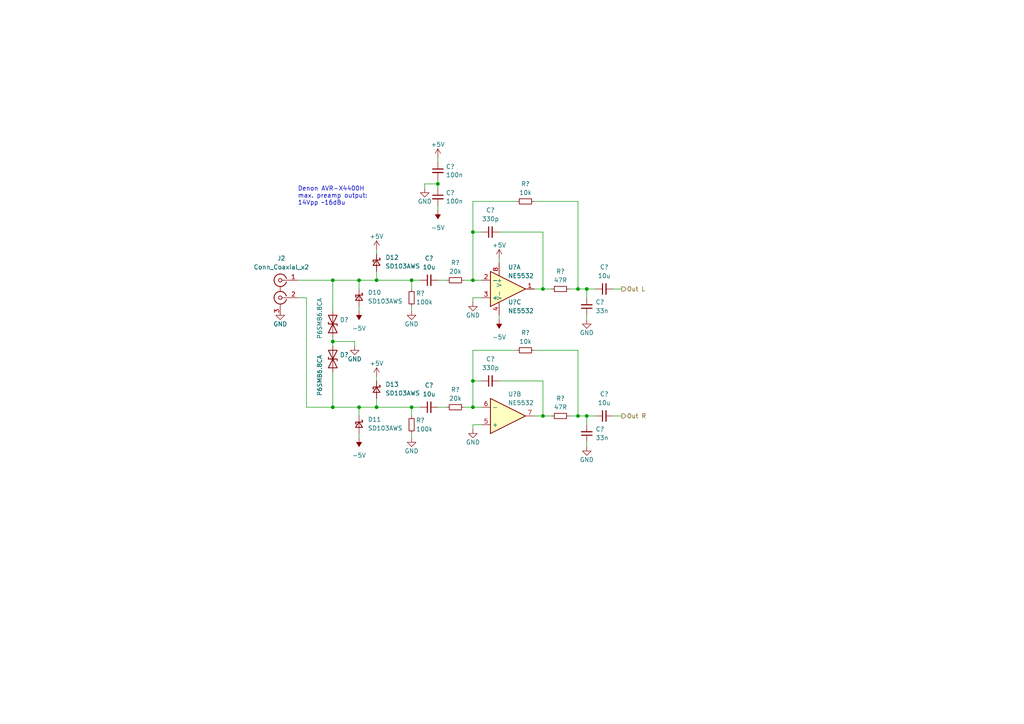
<source format=kicad_sch>
(kicad_sch (version 20230121) (generator eeschema)
  (paper "A4")
  (title_block (title "SmallDSP") (date "2023-10-12") (rev "1.1") (company "Till Heuer"))
  (lib_symbols
    (symbol "Connector:Conn_Coaxial_x2" (pin_names (offset 1.016) hide)
      (property "Reference" "J" (at 0 5.715 0))
      (property "Value" "Conn_Coaxial_x2" (at 2.921 0 90))
      (symbol "Conn_Coaxial_x2_0_1"
        (arc (start -1.778 -3.048) (mid 0.2311 -4.3466) (end 1.778 -2.54) (stroke (width 0.254)))
        (arc (start -1.778 2.032) (mid 0.2311 0.7334) (end 1.778 2.54) (stroke (width 0.254)))
        (circle (center 0 -2.54) (radius 0.508) (stroke (width 0.2032)))
        (polyline (pts (xy -2.54 -2.54) (xy -0.508 -2.54)))
        (polyline (pts (xy -2.54 2.54) (xy -0.508 2.54)))
        (polyline (pts (xy 0 -5.08) (xy 0 -4.318)))
        (polyline (pts (xy 0 0.762) (xy 0 -0.635)))
        (circle (center 0 2.54) (radius 0.508) (stroke (width 0.2032)))
        (arc (start 1.778 -2.54) (mid 0.2099 -0.7299) (end -1.778 -2.032) (stroke (width 0.254)))
        (arc (start 1.778 2.54) (mid 0.2099 4.3501) (end -1.778 3.048) (stroke (width 0.254)))
      )
      (symbol "Conn_Coaxial_x2_1_1"
        (pin passive line (at -5.08 2.54 0) (length 2.54) (name "IN1") (number "1"))
        (pin passive line (at -5.08 -2.54 0) (length 2.54) (name "IN2") (number "2"))
        (pin passive line (at 0 -7.62 90) (length 2.54) (name "EXT") (number "3"))
      )
    )
    (symbol "Device:C_Small" (pin_numbers hide) (pin_names (offset 0.254) hide)
      (property "Reference" "C" (at 0.254 1.778 0))
      (property "Value" "C_Small" (at 0.254 -2.032 0))
      (symbol "C_Small_0_1"
        (polyline (pts (xy -1.524 -0.508) (xy 1.524 -0.508)) (stroke (width 0.3302)))
        (polyline (pts (xy -1.524 0.508) (xy 1.524 0.508)) (stroke (width 0.3048)))
      )
      (symbol "C_Small_1_1"
        (pin passive line (at 0 2.54 270) (length 2.032) (name "~") (number "1"))
        (pin passive line (at 0 -2.54 90) (length 2.032) (name "~") (number "2"))
      )
    )
    (symbol "Device:D_Schottky_Small" (pin_numbers hide) (pin_names (offset 0.254) hide)
      (property "Reference" "D" (at -1.27 2.032 0))
      (property "Value" "D_Schottky_Small" (at -7.112 -2.032 0))
      (symbol "D_Schottky_Small_0_1"
        (polyline (pts (xy -0.762 0) (xy 0.762 0)))
        (polyline (pts (xy 0.762 -1.016) (xy -0.762 0) (xy 0.762 1.016) (xy 0.762 -1.016)) (stroke (width 0.254)))
        (polyline (pts (xy -1.27 0.762) (xy -1.27 1.016) (xy -0.762 1.016) (xy -0.762 -1.016) (xy -0.254 -1.016) (xy -0.254 -0.762)) (stroke (width 0.254)))
      )
      (symbol "D_Schottky_Small_1_1"
        (pin passive line (at -2.54 0 0) (length 1.778) (name "K") (number "1"))
        (pin passive line (at 2.54 0 180) (length 1.778) (name "A") (number "2"))
      )
    )
    (symbol "Device:D_TVS" (pin_numbers hide) (pin_names (offset 1.016) hide)
      (property "Reference" "D" (at 0 2.54 0))
      (property "Value" "D_TVS" (at 0 -2.54 0))
      (symbol "D_TVS_0_1"
        (polyline (pts (xy 1.27 0) (xy -1.27 0)))
        (polyline (pts (xy 0.508 1.27) (xy 0 1.27) (xy 0 -1.27) (xy -0.508 -1.27)) (stroke (width 0.254)))
        (polyline (pts (xy -2.54 1.27) (xy -2.54 -1.27) (xy 2.54 1.27) (xy 2.54 -1.27) (xy -2.54 1.27)) (stroke (width 0.254)))
      )
      (symbol "D_TVS_1_1"
        (pin passive line (at -3.81 0 0) (length 2.54) (name "A1") (number "1"))
        (pin passive line (at 3.81 0 180) (length 2.54) (name "A2") (number "2"))
      )
    )
    (symbol "Device:Opamp_Dual"
      (property "Reference" "U" (at 0 5.08 0))
      (property "Value" "Opamp_Dual" (at 0 -5.08 0))
      (symbol "Opamp_Dual_1_1"
        (polyline (pts (xy -5.08 5.08) (xy 5.08 0) (xy -5.08 -5.08) (xy -5.08 5.08)) (stroke (width 0.254)) (fill (type background)))
        (pin output line (at 7.62 0 180) (length 2.54) (name "~") (number "1"))
        (pin input line (at -7.62 -2.54 0) (length 2.54) (name "-") (number "2"))
        (pin input line (at -7.62 2.54 0) (length 2.54) (name "+") (number "3"))
      )
      (symbol "Opamp_Dual_2_1"
        (polyline (pts (xy -5.08 5.08) (xy 5.08 0) (xy -5.08 -5.08) (xy -5.08 5.08)) (stroke (width 0.254)) (fill (type background)))
        (pin input line (at -7.62 2.54 0) (length 2.54) (name "+") (number "5"))
        (pin input line (at -7.62 -2.54 0) (length 2.54) (name "-") (number "6"))
        (pin output line (at 7.62 0 180) (length 2.54) (name "~") (number "7"))
      )
      (symbol "Opamp_Dual_3_1"
        (pin power_in line (at -2.54 -7.62 90) (length 3.81) (name "V-") (number "4"))
        (pin power_in line (at -2.54 7.62 270) (length 3.81) (name "V+") (number "8"))
      )
    )
    (symbol "Device:R_Small" (pin_numbers hide) (pin_names (offset 0.254) hide)
      (property "Reference" "R" (at 0.762 0.508 0))
      (property "Value" "R_Small" (at 0.762 -1.016 0))
      (symbol "R_Small_0_1"
        (rectangle (start -0.762 1.778) (end 0.762 -1.778) (stroke (width 0.2032)))
      )
      (symbol "R_Small_1_1"
        (pin passive line (at 0 2.54 270) (length 0.762) (name "~") (number "1"))
        (pin passive line (at 0 -2.54 90) (length 0.762) (name "~") (number "2"))
      )
    )
    (symbol "power:+5V" (power) (pin_names (offset 0))
      (property "Value" "+5V" (at 0 3.556 0))
      (symbol "+5V_0_1"
        (polyline (pts (xy -0.762 1.27) (xy 0 2.54)))
        (polyline (pts (xy 0 0) (xy 0 2.54)))
        (polyline (pts (xy 0 2.54) (xy 0.762 1.27)))
      )
      (symbol "+5V_1_1"
        (pin power_in line (at 0 0 90) (length 0) hide (name "+5V") (number "1"))
      )
    )
    (symbol "power:-5V" (power) (pin_names (offset 0))
      (property "Value" "-5V" (at 0 3.81 0))
      (symbol "-5V_0_0"
        (pin power_in line (at 0 0 90) (length 0) hide (name "-5V") (number "1"))
      )
      (symbol "-5V_0_1"
        (polyline (pts (xy 0 0) (xy 0 1.27) (xy 0.762 1.27) (xy 0 2.54) (xy -0.762 1.27) (xy 0 1.27)) (fill (type outline)))
      )
    )
    (symbol "power:GND" (power) (pin_names (offset 0))
      (property "Value" "GND" (at 0 -3.81 0))
      (symbol "GND_0_1"
        (polyline (pts (xy 0 0) (xy 0 -1.27) (xy 1.27 -1.27) (xy 0 -2.54) (xy -1.27 -1.27) (xy 0 -1.27)))
      )
      (symbol "GND_1_1"
        (pin power_in line (at 0 0 270) (length 0) hide (name "GND") (number "1"))
      )
    )
  )
  (junction (at 96.52 81.28))
  (junction (at 119.38 118.11))
  (junction (at 137.16 67.31))
  (junction (at 127 53.34))
  (junction (at 137.16 118.11))
  (junction (at 96.52 99.06))
  (junction (at 96.52 118.11))
  (junction (at 119.38 81.28))
  (junction (at 157.48 120.65))
  (junction (at 170.18 83.82))
  (junction (at 137.16 81.28))
  (junction (at 137.16 110.49))
  (junction (at 109.22 81.28))
  (junction (at 104.14 118.11))
  (junction (at 167.64 120.65))
  (junction (at 157.48 83.82))
  (junction (at 104.14 81.28))
  (junction (at 167.64 83.82))
  (junction (at 109.22 118.11))
  (junction (at 170.18 120.65))
  (wire (pts (xy 177.8 120.65) (xy 180.34 120.65)))
  (wire (pts (xy 144.78 74.93) (xy 144.78 76.2)))
  (wire (pts (xy 137.16 123.19) (xy 139.7 123.19)))
  (wire (pts (xy 167.64 101.6) (xy 167.64 120.65)))
  (wire (pts (xy 96.52 97.79) (xy 96.52 99.06)))
  (wire (pts (xy 96.52 99.06) (xy 102.87 99.06)))
  (wire (pts (xy 119.38 81.28) (xy 119.38 83.82)))
  (wire (pts (xy 86.36 81.28) (xy 96.52 81.28)))
  (wire (pts (xy 157.48 83.82) (xy 154.94 83.82)))
  (wire (pts (xy 104.14 118.11) (xy 109.22 118.11)))
  (wire (pts (xy 104.14 88.9) (xy 104.14 90.17)))
  (wire (pts (xy 170.18 123.19) (xy 170.18 120.65)))
  (wire (pts (xy 139.7 110.49) (xy 137.16 110.49)))
  (wire (pts (xy 170.18 83.82) (xy 167.64 83.82)))
  (wire (pts (xy 170.18 86.36) (xy 170.18 83.82)))
  (wire (pts (xy 170.18 120.65) (xy 172.72 120.65)))
  (wire (pts (xy 139.7 118.11) (xy 137.16 118.11)))
  (wire (pts (xy 149.86 101.6) (xy 137.16 101.6)))
  (wire (pts (xy 137.16 123.19) (xy 137.16 124.46)))
  (wire (pts (xy 157.48 110.49) (xy 157.48 120.65)))
  (wire (pts (xy 170.18 120.65) (xy 167.64 120.65)))
  (wire (pts (xy 149.86 58.42) (xy 137.16 58.42)))
  (wire (pts (xy 127 59.69) (xy 127 60.96)))
  (wire (pts (xy 102.87 99.06) (xy 102.87 100.33)))
  (wire (pts (xy 104.14 81.28) (xy 104.14 83.82)))
  (wire (pts (xy 137.16 67.31) (xy 137.16 81.28)))
  (wire (pts (xy 127 81.28) (xy 129.54 81.28)))
  (wire (pts (xy 170.18 128.27) (xy 170.18 129.54)))
  (wire (pts (xy 157.48 120.65) (xy 160.02 120.65)))
  (wire (pts (xy 134.62 118.11) (xy 137.16 118.11)))
  (wire (pts (xy 109.22 78.74) (xy 109.22 81.28)))
  (wire (pts (xy 167.64 83.82) (xy 165.1 83.82)))
  (wire (pts (xy 167.64 58.42) (xy 167.64 83.82)))
  (wire (pts (xy 96.52 81.28) (xy 96.52 90.17)))
  (wire (pts (xy 170.18 83.82) (xy 172.72 83.82)))
  (wire (pts (xy 127 45.72) (xy 127 46.99)))
  (wire (pts (xy 137.16 86.36) (xy 139.7 86.36)))
  (wire (pts (xy 134.62 81.28) (xy 137.16 81.28)))
  (wire (pts (xy 154.94 101.6) (xy 167.64 101.6)))
  (wire (pts (xy 139.7 67.31) (xy 137.16 67.31)))
  (wire (pts (xy 81.28 91.44) (xy 81.28 90.17)))
  (wire (pts (xy 154.94 58.42) (xy 167.64 58.42)))
  (wire (pts (xy 109.22 81.28) (xy 119.38 81.28)))
  (wire (pts (xy 170.18 91.44) (xy 170.18 92.71)))
  (wire (pts (xy 123.19 53.34) (xy 123.19 54.61)))
  (wire (pts (xy 139.7 81.28) (xy 137.16 81.28)))
  (wire (pts (xy 137.16 86.36) (xy 137.16 87.63)))
  (wire (pts (xy 88.9 118.11) (xy 88.9 86.36)))
  (wire (pts (xy 119.38 118.11) (xy 119.38 120.65)))
  (wire (pts (xy 157.48 67.31) (xy 157.48 83.82)))
  (wire (pts (xy 119.38 81.28) (xy 121.92 81.28)))
  (wire (pts (xy 119.38 88.9) (xy 119.38 90.17)))
  (wire (pts (xy 88.9 118.11) (xy 96.52 118.11)))
  (wire (pts (xy 109.22 115.57) (xy 109.22 118.11)))
  (wire (pts (xy 123.19 53.34) (xy 127 53.34)))
  (wire (pts (xy 88.9 86.36) (xy 86.36 86.36)))
  (wire (pts (xy 96.52 99.06) (xy 96.52 100.33)))
  (wire (pts (xy 127 118.11) (xy 129.54 118.11)))
  (wire (pts (xy 109.22 109.22) (xy 109.22 110.49)))
  (wire (pts (xy 104.14 81.28) (xy 109.22 81.28)))
  (wire (pts (xy 137.16 110.49) (xy 137.16 118.11)))
  (wire (pts (xy 137.16 101.6) (xy 137.16 110.49)))
  (wire (pts (xy 144.78 67.31) (xy 157.48 67.31)))
  (wire (pts (xy 144.78 110.49) (xy 157.48 110.49)))
  (wire (pts (xy 104.14 125.73) (xy 104.14 127)))
  (wire (pts (xy 127 53.34) (xy 127 54.61)))
  (wire (pts (xy 96.52 118.11) (xy 104.14 118.11)))
  (wire (pts (xy 96.52 81.28) (xy 104.14 81.28)))
  (wire (pts (xy 127 53.34) (xy 127 52.07)))
  (wire (pts (xy 137.16 58.42) (xy 137.16 67.31)))
  (wire (pts (xy 177.8 83.82) (xy 180.34 83.82)))
  (wire (pts (xy 104.14 118.11) (xy 104.14 120.65)))
  (wire (pts (xy 96.52 107.95) (xy 96.52 118.11)))
  (wire (pts (xy 157.48 83.82) (xy 160.02 83.82)))
  (wire (pts (xy 119.38 125.73) (xy 119.38 127)))
  (wire (pts (xy 119.38 118.11) (xy 121.92 118.11)))
  (wire (pts (xy 167.64 120.65) (xy 165.1 120.65)))
  (wire (pts (xy 144.78 91.44) (xy 144.78 92.71)))
  (wire (pts (xy 109.22 118.11) (xy 119.38 118.11)))
  (wire (pts (xy 109.22 72.39) (xy 109.22 73.66)))
  (wire (pts (xy 157.48 120.65) (xy 154.94 120.65)))
  (text "Denon AVR-X4400H\nmax. preamp output:\n14Vpp ~16dBu" (at 86.36 59.69 0) (effects (font (size 1.27 1.27)) (justify left bottom)))
  (hierarchical_label "Out R" (shape output) (at 180.34 120.65 0))
  (hierarchical_label "Out L" (shape output) (at 180.34 83.82 0))
  (symbol (lib_id "Device:D_TVS") (at 96.52 104.14 90) (unit 1)
    (property "Reference" "D?" (at 98.552 102.9279 90) (effects (justify right)))
    (property "Value" "P6SMB6.8CA" (at 92.71 102.87 0) (effects (justify right)))
    (property "Footprint" "Diode_SMD:D_SMB" (effects hide))
    (property "Assembling" "X" (effects hide))
    (property "JLC Part Number" "C78395" (effects hide))
    (property "Manufacturer" "Brightking" (effects hide))
    (property "Part Number" "P6SMB6.8CA/TR13" (effects hide))
    (instances (project "SmallDSPMaxi" (path "" (reference "D?") (unit 1)) (path "" (reference "D9") (unit 1)) (path "" (reference "D23") (unit 1)) (path "" (reference "D29") (unit 1)) (path "" (reference "D39") (unit 1)) (path "" (reference "D45") (unit 1)) (path "" (reference "D55") (unit 1)) (path "" (reference "D71") (unit 1)) (path "" (reference "D61") (unit 1)) (path "" (reference "D97") (unit 1)) (path "" (reference "D109") (unit 1)) (path "" (reference "D77") (unit 1)) (path "" (reference "D127") (unit 1)) (path "" (reference "D115") (unit 1)) (path "" (reference "D91") (unit 1)) (path "" (reference "D135") (unit 1)) (path "" (reference "D121") (unit 1))))
  )
  (symbol (lib_id "Device:R_Small") (at 162.56 120.65 90) (unit 1)
    (property "Reference" "R?" (at 162.56 115.57 90))
    (property "Value" "47R" (at 162.56 118.11 90))
    (property "Footprint" "Resistor_SMD:R_0402_1005Metric" (effects hide))
    (property "Assembling" "X" (effects hide))
    (property "JLC Part Number" "C25118" (effects hide))
    (property "Manufacturer" "UNI-ROYAL(Uniroyal Elec)" (effects hide))
    (property "Part Number" "0402WGF470JTCE" (effects hide))
    (property "Rated Power" "62.5mW" (effects hide))
    (property "Tolerance" "1%" (effects hide))
    (instances (project "SmallDSPMaxi" (path "" (reference "R?") (unit 1)) (path "" (reference "R39") (unit 1)) (path "" (reference "R69") (unit 1)) (path "" (reference "R85") (unit 1)) (path "" (reference "R105") (unit 1)) (path "" (reference "R113") (unit 1)) (path "" (reference "R133") (unit 1)) (path "" (reference "R161") (unit 1)) (path "" (reference "R141") (unit 1)) (path "" (reference "R217") (unit 1)) (path "" (reference "R243") (unit 1)) (path "" (reference "R177") (unit 1)) (path "" (reference "R267") (unit 1)) (path "" (reference "R251") (unit 1)) (path "" (reference "R209") (unit 1)) (path "" (reference "R281") (unit 1)) (path "" (reference "R259") (unit 1))))
  )
  (symbol (lib_id "power:GND") (at 170.18 92.71 0) (unit 1)
    (property "Reference" "#PWR?" (effects hide))
    (property "Value" "GND" (at 170.18 96.52 0))
    (instances (project "SmallDSPMaxi" (path "" (reference "#PWR?") (unit 1)) (path "" (reference "#PWR065") (unit 1)) (path "" (reference "#PWR0174") (unit 1)) (path "" (reference "#PWR0291") (unit 1)) (path "" (reference "#PWR0330") (unit 1)) (path "" (reference "#PWR0347") (unit 1)) (path "" (reference "#PWR0386") (unit 1)) (path "" (reference "#PWR0442") (unit 1)) (path "" (reference "#PWR0403") (unit 1)) (path "" (reference "#PWR0637") (unit 1)) (path "" (reference "#PWR0687") (unit 1)) (path "" (reference "#PWR0559") (unit 1)) (path "" (reference "#PWR0738") (unit 1)) (path "" (reference "#PWR0704") (unit 1)) (path "" (reference "#PWR0620") (unit 1)) (path "" (reference "#PWR0766") (unit 1)) (path "" (reference "#PWR0721") (unit 1))))
  )
  (symbol (lib_id "Device:C_Small") (at 175.26 120.65 90) (unit 1)
    (property "Reference" "C?" (at 175.2663 114.3 90))
    (property "Value" "10u" (at 175.2663 116.84 90))
    (property "Footprint" "Capacitor_SMD:C_1206_3216Metric" (effects hide))
    (property "Dielectric" "X5R" (effects hide))
    (property "Rated Voltage" "50V" (effects hide))
    (property "Assembling" "X" (effects hide))
    (property "JLC Part Number" "C13585" (effects hide))
    (property "Manufacturer" "Samsung Electro-Mechanics" (effects hide))
    (property "Part Number" "CL31A106KBHNNNE" (effects hide))
    (property "Tolerance" "10%" (effects hide))
    (instances (project "SmallDSPMaxi" (path "" (reference "C?") (unit 1)) (path "" (reference "C18") (unit 1)) (path "" (reference "C79") (unit 1)) (path "" (reference "C137") (unit 1)) (path "" (reference "C167") (unit 1)) (path "" (reference "C177") (unit 1)) (path "" (reference "C207") (unit 1)) (path "" (reference "C247") (unit 1)) (path "" (reference "C217") (unit 1)) (path "" (reference "C365") (unit 1)) (path "" (reference "C405") (unit 1)) (path "" (reference "C305") (unit 1)) (path "" (reference "C435") (unit 1)) (path "" (reference "C415") (unit 1)) (path "" (reference "C355") (unit 1)) (path "" (reference "C455") (unit 1)) (path "" (reference "C425") (unit 1))))
  )
  (symbol (lib_id "Device:Opamp_Dual") (at 147.32 120.65 0) (mirror x) (unit 2)
    (property "Reference" "U?" (at 147.32 114.3 0) (effects (justify left)))
    (property "Value" "NE5532" (at 147.32 116.84 0) (effects (justify left)))
    (property "Footprint" "Package_SO:SOIC-8_3.9x4.9mm_P1.27mm" (effects hide))
    (property "Manufacturer" "Texas Instruments" (effects hide))
    (property "Part Number" "NE5532DR" (effects hide))
    (property "Assembling" "X" (effects hide))
    (property "JLC Part Number" "C7426" (effects hide))
    (instances (project "SmallDSPMaxi" (path "" (reference "U?") (unit 2)) (path "" (reference "U4") (unit 2)) (path "" (reference "U9") (unit 2)) (path "" (reference "U14") (unit 2)) (path "" (reference "U17") (unit 2)) (path "" (reference "U18") (unit 2)) (path "" (reference "U21") (unit 2)) (path "" (reference "U25") (unit 2)) (path "" (reference "U22") (unit 2)) (path "" (reference "U36") (unit 2)) (path "" (reference "U40") (unit 2)) (path "" (reference "U30") (unit 2)) (path "" (reference "U43") (unit 2)) (path "" (reference "U41") (unit 2)) (path "" (reference "U35") (unit 2)) (path "" (reference "U45") (unit 2)) (path "" (reference "U42") (unit 2))))
  )
  (symbol (lib_id "power:GND") (at 170.18 129.54 0) (unit 1)
    (property "Reference" "#PWR?" (effects hide))
    (property "Value" "GND" (at 170.18 133.35 0))
    (instances (project "SmallDSPMaxi" (path "" (reference "#PWR?") (unit 1)) (path "" (reference "#PWR066") (unit 1)) (path "" (reference "#PWR0175") (unit 1)) (path "" (reference "#PWR0292") (unit 1)) (path "" (reference "#PWR0331") (unit 1)) (path "" (reference "#PWR0348") (unit 1)) (path "" (reference "#PWR0387") (unit 1)) (path "" (reference "#PWR0443") (unit 1)) (path "" (reference "#PWR0404") (unit 1)) (path "" (reference "#PWR0638") (unit 1)) (path "" (reference "#PWR0688") (unit 1)) (path "" (reference "#PWR0560") (unit 1)) (path "" (reference "#PWR0739") (unit 1)) (path "" (reference "#PWR0705") (unit 1)) (path "" (reference "#PWR0621") (unit 1)) (path "" (reference "#PWR0767") (unit 1)) (path "" (reference "#PWR0722") (unit 1))))
  )
  (symbol (lib_id "power:GND") (at 119.38 90.17 0) (unit 1)
    (property "Reference" "#PWR?" (effects hide))
    (property "Value" "GND" (at 119.38 93.98 0))
    (instances (project "SmallDSPMaxi" (path "" (reference "#PWR?") (unit 1)) (path "" (reference "#PWR056") (unit 1)) (path "" (reference "#PWR0165") (unit 1)) (path "" (reference "#PWR0282") (unit 1)) (path "" (reference "#PWR0321") (unit 1)) (path "" (reference "#PWR0338") (unit 1)) (path "" (reference "#PWR0377") (unit 1)) (path "" (reference "#PWR0433") (unit 1)) (path "" (reference "#PWR0394") (unit 1)) (path "" (reference "#PWR0628") (unit 1)) (path "" (reference "#PWR0678") (unit 1)) (path "" (reference "#PWR0550") (unit 1)) (path "" (reference "#PWR0729") (unit 1)) (path "" (reference "#PWR0695") (unit 1)) (path "" (reference "#PWR0611") (unit 1)) (path "" (reference "#PWR0757") (unit 1)) (path "" (reference "#PWR0712") (unit 1))))
  )
  (symbol (lib_id "Device:D_Schottky_Small") (at 104.14 86.36 270) (unit 1)
    (property "Reference" "D10" (at 106.68 84.8359 90) (effects (justify left)))
    (property "Value" "SD103AWS" (at 106.68 87.3759 90) (effects (justify left)))
    (property "Footprint" "Diode_SMD:D_SOD-323" (effects hide))
    (property "Assembling" "X" (effects hide))
    (property "JLC Part Number" "C7420360" (effects hide))
    (property "Manufacturer" "hongjiacheng" (effects hide))
    (property "Part Number" "SD103AWS" (effects hide))
    (instances (project "SmallDSPMaxi" (path "" (reference "D10") (unit 1)) (path "" (reference "D24") (unit 1)) (path "" (reference "D30") (unit 1)) (path "" (reference "D40") (unit 1)) (path "" (reference "D46") (unit 1)) (path "" (reference "D56") (unit 1)) (path "" (reference "D72") (unit 1)) (path "" (reference "D62") (unit 1)) (path "" (reference "D98") (unit 1)) (path "" (reference "D110") (unit 1)) (path "" (reference "D78") (unit 1)) (path "" (reference "D128") (unit 1)) (path "" (reference "D116") (unit 1)) (path "" (reference "D92") (unit 1)) (path "" (reference "D136") (unit 1)) (path "" (reference "D122") (unit 1))))
  )
  (symbol (lib_id "Device:R_Small") (at 119.38 86.36 0) (mirror y) (unit 1)
    (property "Reference" "R?" (at 120.65 85.09 0) (effects (justify right)))
    (property "Value" "100k" (at 120.65 87.63 0) (effects (justify right)))
    (property "Footprint" "Resistor_SMD:R_0402_1005Metric" (effects hide))
    (property "Assembling" "X" (effects hide))
    (property "JLC Part Number" "C25741" (effects hide))
    (property "Manufacturer" "UNI-ROYAL(Uniroyal Elec)" (effects hide))
    (property "Rated Power" "62.5mW" (effects hide))
    (property "Part Number" "0402WGF1003TCE" (effects hide))
    (property "Tolerance" "1%" (effects hide))
    (instances (project "SmallDSPMaxi" (path "" (reference "R?") (unit 1)) (path "" (reference "R32") (unit 1)) (path "" (reference "R62") (unit 1)) (path "" (reference "R78") (unit 1)) (path "" (reference "R98") (unit 1)) (path "" (reference "R106") (unit 1)) (path "" (reference "R126") (unit 1)) (path "" (reference "R154") (unit 1)) (path "" (reference "R134") (unit 1)) (path "" (reference "R210") (unit 1)) (path "" (reference "R236") (unit 1)) (path "" (reference "R170") (unit 1)) (path "" (reference "R260") (unit 1)) (path "" (reference "R244") (unit 1)) (path "" (reference "R202") (unit 1)) (path "" (reference "R274") (unit 1)) (path "" (reference "R252") (unit 1))))
  )
  (symbol (lib_id "Device:C_Small") (at 127 49.53 0) (unit 1)
    (property "Reference" "C?" (at 129.3241 48.3242 0) (effects (justify left)))
    (property "Value" "100n" (at 129.3241 50.7484 0) (effects (justify left)))
    (property "Footprint" "Capacitor_SMD:C_0402_1005Metric" (effects hide))
    (property "Dielectric" "X7R" (effects hide))
    (property "Notes" "-25%@10VDC" (effects hide))
    (property "Rated Voltage" "50V" (effects hide))
    (property "Assembling" "X" (effects hide))
    (property "JLC Part Number" "C307331" (effects hide))
    (property "Manufacturer" "Samsung Electro-Mechanics" (effects hide))
    (property "Part Number" "CL05B104KB54PNC" (effects hide))
    (property "Tolerance" "10%" (effects hide))
    (instances (project "SmallDSPMaxi" (path "" (reference "C?") (unit 1)) (path "" (reference "C11") (unit 1)) (path "" (reference "C72") (unit 1)) (path "" (reference "C130") (unit 1)) (path "" (reference "C160") (unit 1)) (path "" (reference "C170") (unit 1)) (path "" (reference "C200") (unit 1)) (path "" (reference "C240") (unit 1)) (path "" (reference "C210") (unit 1)) (path "" (reference "C358") (unit 1)) (path "" (reference "C398") (unit 1)) (path "" (reference "C298") (unit 1)) (path "" (reference "C428") (unit 1)) (path "" (reference "C408") (unit 1)) (path "" (reference "C348") (unit 1)) (path "" (reference "C448") (unit 1)) (path "" (reference "C418") (unit 1))))
  )
  (symbol (lib_id "Device:C_Small") (at 124.46 118.11 90) (unit 1)
    (property "Reference" "C?" (at 124.4663 111.76 90))
    (property "Value" "10u" (at 124.4663 114.3 90))
    (property "Footprint" "Capacitor_SMD:C_1206_3216Metric" (effects hide))
    (property "Dielectric" "X5R" (effects hide))
    (property "Rated Voltage" "50V" (effects hide))
    (property "Assembling" "X" (effects hide))
    (property "JLC Part Number" "C13585" (effects hide))
    (property "Manufacturer" "Samsung Electro-Mechanics" (effects hide))
    (property "Part Number" "CL31A106KBHNNNE" (effects hide))
    (property "Tolerance" "10%" (effects hide))
    (instances (project "SmallDSPMaxi" (path "" (reference "C?") (unit 1)) (path "" (reference "C10") (unit 1)) (path "" (reference "C71") (unit 1)) (path "" (reference "C129") (unit 1)) (path "" (reference "C159") (unit 1)) (path "" (reference "C169") (unit 1)) (path "" (reference "C199") (unit 1)) (path "" (reference "C239") (unit 1)) (path "" (reference "C209") (unit 1)) (path "" (reference "C357") (unit 1)) (path "" (reference "C397") (unit 1)) (path "" (reference "C297") (unit 1)) (path "" (reference "C427") (unit 1)) (path "" (reference "C407") (unit 1)) (path "" (reference "C347") (unit 1)) (path "" (reference "C447") (unit 1)) (path "" (reference "C417") (unit 1))))
  )
  (symbol (lib_id "Device:D_Schottky_Small") (at 104.14 123.19 270) (unit 1)
    (property "Reference" "D11" (at 106.68 121.6659 90) (effects (justify left)))
    (property "Value" "SD103AWS" (at 106.68 124.2059 90) (effects (justify left)))
    (property "Footprint" "Diode_SMD:D_SOD-323" (effects hide))
    (property "Assembling" "X" (effects hide))
    (property "JLC Part Number" "C7420360" (effects hide))
    (property "Manufacturer" "hongjiacheng" (effects hide))
    (property "Part Number" "SD103AWS" (effects hide))
    (instances (project "SmallDSPMaxi" (path "" (reference "D11") (unit 1)) (path "" (reference "D25") (unit 1)) (path "" (reference "D31") (unit 1)) (path "" (reference "D41") (unit 1)) (path "" (reference "D47") (unit 1)) (path "" (reference "D57") (unit 1)) (path "" (reference "D73") (unit 1)) (path "" (reference "D63") (unit 1)) (path "" (reference "D99") (unit 1)) (path "" (reference "D111") (unit 1)) (path "" (reference "D79") (unit 1)) (path "" (reference "D129") (unit 1)) (path "" (reference "D117") (unit 1)) (path "" (reference "D93") (unit 1)) (path "" (reference "D137") (unit 1)) (path "" (reference "D123") (unit 1))))
  )
  (symbol (lib_id "power:GND") (at 102.87 100.33 0) (unit 1)
    (property "Reference" "#PWR?" (effects hide))
    (property "Value" "GND" (at 102.87 104.14 0))
    (instances (project "SmallDSPMaxi" (path "" (reference "#PWR?") (unit 1)) (path "" (reference "#PWR051") (unit 1)) (path "" (reference "#PWR0160") (unit 1)) (path "" (reference "#PWR0277") (unit 1)) (path "" (reference "#PWR0316") (unit 1)) (path "" (reference "#PWR0333") (unit 1)) (path "" (reference "#PWR0372") (unit 1)) (path "" (reference "#PWR0428") (unit 1)) (path "" (reference "#PWR0389") (unit 1)) (path "" (reference "#PWR0623") (unit 1)) (path "" (reference "#PWR0673") (unit 1)) (path "" (reference "#PWR0545") (unit 1)) (path "" (reference "#PWR0724") (unit 1)) (path "" (reference "#PWR0690") (unit 1)) (path "" (reference "#PWR0606") (unit 1)) (path "" (reference "#PWR0752") (unit 1)) (path "" (reference "#PWR0707") (unit 1))))
  )
  (symbol (lib_id "Device:Opamp_Dual") (at 147.32 83.82 0) (unit 3)
    (property "Reference" "U?" (at 147.32 87.63 0) (effects (justify left)))
    (property "Value" "NE5532" (at 147.32 90.17 0) (effects (justify left)))
    (property "Footprint" "Package_SO:SOIC-8_3.9x4.9mm_P1.27mm" (effects hide))
    (property "Manufacturer" "Texas Instruments" (effects hide))
    (property "Part Number" "NE5532DR" (effects hide))
    (property "Assembling" "X" (effects hide))
    (property "JLC Part Number" "C7426" (effects hide))
    (instances (project "SmallDSPMaxi" (path "" (reference "U?") (unit 3)) (path "" (reference "U4") (unit 3)) (path "" (reference "U9") (unit 3)) (path "" (reference "U14") (unit 3)) (path "" (reference "U17") (unit 3)) (path "" (reference "U18") (unit 3)) (path "" (reference "U21") (unit 3)) (path "" (reference "U25") (unit 3)) (path "" (reference "U22") (unit 3)) (path "" (reference "U36") (unit 3)) (path "" (reference "U40") (unit 3)) (path "" (reference "U30") (unit 3)) (path "" (reference "U43") (unit 3)) (path "" (reference "U41") (unit 3)) (path "" (reference "U35") (unit 3)) (path "" (reference "U45") (unit 3)) (path "" (reference "U42") (unit 3))))
  )
  (symbol (lib_id "Device:R_Small") (at 152.4 101.6 90) (unit 1)
    (property "Reference" "R?" (at 152.4 96.52 90))
    (property "Value" "10k" (at 152.4 99.06 90))
    (property "Footprint" "Resistor_SMD:R_0402_1005Metric" (effects hide))
    (property "Assembling" "X" (effects hide))
    (property "JLC Part Number" "C25744" (effects hide))
    (property "Manufacturer" "UNI-ROYAL(Uniroyal Elec)" (effects hide))
    (property "Part Number" "0402WGF1002TCE" (effects hide))
    (property "Rated Power" "62.5mW" (effects hide))
    (property "Tolerance" "1%" (effects hide))
    (instances (project "SmallDSPMaxi" (path "" (reference "R?") (unit 1)) (path "" (reference "R37") (unit 1)) (path "" (reference "R67") (unit 1)) (path "" (reference "R83") (unit 1)) (path "" (reference "R103") (unit 1)) (path "" (reference "R111") (unit 1)) (path "" (reference "R131") (unit 1)) (path "" (reference "R159") (unit 1)) (path "" (reference "R139") (unit 1)) (path "" (reference "R215") (unit 1)) (path "" (reference "R241") (unit 1)) (path "" (reference "R175") (unit 1)) (path "" (reference "R265") (unit 1)) (path "" (reference "R249") (unit 1)) (path "" (reference "R207") (unit 1)) (path "" (reference "R279") (unit 1)) (path "" (reference "R257") (unit 1))))
  )
  (symbol (lib_id "Device:R_Small") (at 152.4 58.42 90) (unit 1)
    (property "Reference" "R?" (at 152.4 53.34 90))
    (property "Value" "10k" (at 152.4 55.88 90))
    (property "Footprint" "Resistor_SMD:R_0402_1005Metric" (effects hide))
    (property "Assembling" "X" (effects hide))
    (property "JLC Part Number" "C25744" (effects hide))
    (property "Manufacturer" "UNI-ROYAL(Uniroyal Elec)" (effects hide))
    (property "Part Number" "0402WGF1002TCE" (effects hide))
    (property "Rated Power" "62.5mW" (effects hide))
    (property "Tolerance" "1%" (effects hide))
    (instances (project "SmallDSPMaxi" (path "" (reference "R?") (unit 1)) (path "" (reference "R36") (unit 1)) (path "" (reference "R66") (unit 1)) (path "" (reference "R82") (unit 1)) (path "" (reference "R102") (unit 1)) (path "" (reference "R110") (unit 1)) (path "" (reference "R130") (unit 1)) (path "" (reference "R158") (unit 1)) (path "" (reference "R138") (unit 1)) (path "" (reference "R214") (unit 1)) (path "" (reference "R240") (unit 1)) (path "" (reference "R174") (unit 1)) (path "" (reference "R264") (unit 1)) (path "" (reference "R248") (unit 1)) (path "" (reference "R206") (unit 1)) (path "" (reference "R278") (unit 1)) (path "" (reference "R256") (unit 1))))
  )
  (symbol (lib_id "Device:Opamp_Dual") (at 147.32 83.82 0) (mirror x) (unit 1)
    (property "Reference" "U?" (at 147.32 77.47 0) (effects (justify left)))
    (property "Value" "NE5532" (at 147.32 80.01 0) (effects (justify left)))
    (property "Footprint" "Package_SO:SOIC-8_3.9x4.9mm_P1.27mm" (effects hide))
    (property "Manufacturer" "Texas Instruments" (effects hide))
    (property "Part Number" "NE5532DR" (effects hide))
    (property "Assembling" "X" (effects hide))
    (property "JLC Part Number" "C7426" (effects hide))
    (instances (project "SmallDSPMaxi" (path "" (reference "U?") (unit 1)) (path "" (reference "U4") (unit 1)) (path "" (reference "U9") (unit 1)) (path "" (reference "U14") (unit 1)) (path "" (reference "U17") (unit 1)) (path "" (reference "U18") (unit 1)) (path "" (reference "U21") (unit 1)) (path "" (reference "U25") (unit 1)) (path "" (reference "U22") (unit 1)) (path "" (reference "U36") (unit 1)) (path "" (reference "U40") (unit 1)) (path "" (reference "U30") (unit 1)) (path "" (reference "U43") (unit 1)) (path "" (reference "U41") (unit 1)) (path "" (reference "U35") (unit 1)) (path "" (reference "U45") (unit 1)) (path "" (reference "U42") (unit 1))))
  )
  (symbol (lib_id "Device:C_Small") (at 142.24 110.49 90) (unit 1)
    (property "Reference" "C?" (at 142.2463 104.14 90))
    (property "Value" "330p" (at 142.2463 106.68 90))
    (property "Footprint" "Capacitor_SMD:C_0402_1005Metric" (effects hide))
    (property "Dielectric" "C0G" (effects hide))
    (property "Rated Voltage" "50V" (effects hide))
    (property "Assembling" "X" (effects hide))
    (property "JLC Part Number" "C13533" (effects hide))
    (property "Manufacturer" "Samsung Electro-Mechanics" (effects hide))
    (property "Part Number" "CL05C331JB5NNNC" (effects hide))
    (property "Tolerance" "5%" (effects hide))
    (instances (project "SmallDSPMaxi" (path "" (reference "C?") (unit 1)) (path "" (reference "C14") (unit 1)) (path "" (reference "C75") (unit 1)) (path "" (reference "C133") (unit 1)) (path "" (reference "C163") (unit 1)) (path "" (reference "C173") (unit 1)) (path "" (reference "C203") (unit 1)) (path "" (reference "C243") (unit 1)) (path "" (reference "C213") (unit 1)) (path "" (reference "C361") (unit 1)) (path "" (reference "C401") (unit 1)) (path "" (reference "C301") (unit 1)) (path "" (reference "C431") (unit 1)) (path "" (reference "C411") (unit 1)) (path "" (reference "C351") (unit 1)) (path "" (reference "C451") (unit 1)) (path "" (reference "C421") (unit 1))))
  )
  (symbol (lib_id "Connector:Conn_Coaxial_x2") (at 81.28 83.82 0) (mirror y) (unit 1)
    (property "Reference" "J2" (at 81.5974 74.93 0))
    (property "Value" "Conn_Coaxial_x2" (at 81.5974 77.47 0))
    (property "Footprint" "1_Project_Footprints:Kobiconn_156-4219-E" (effects hide))
    (property "Datasheet" " ~" (effects hide))
    (instances (project "SmallDSPMaxi" (path "" (reference "J2") (unit 1)) (path "" (reference "J6") (unit 1)) (path "" (reference "J7") (unit 1)) (path "" (reference "J10") (unit 1)) (path "" (reference "J11") (unit 1)) (path "" (reference "J14") (unit 1)) (path "" (reference "J18") (unit 1)) (path "" (reference "J15") (unit 1)) (path "" (reference "J25") (unit 1)) (path "" (reference "J29") (unit 1)) (path "" (reference "J19") (unit 1)) (path "" (reference "J32") (unit 1)) (path "" (reference "J30") (unit 1)) (path "" (reference "J24") (unit 1)) (path "" (reference "J34") (unit 1)) (path "" (reference "J31") (unit 1))))
  )
  (symbol (lib_id "power:+5V") (at 109.22 109.22 0) (unit 1)
    (property "Reference" "#PWR?" (effects hide))
    (property "Value" "+5V" (at 109.22 105.41 0))
    (instances (project "SmallDSPMaxi" (path "" (reference "#PWR?") (unit 1)) (path "" (reference "#PWR055") (unit 1)) (path "" (reference "#PWR0164") (unit 1)) (path "" (reference "#PWR0281") (unit 1)) (path "" (reference "#PWR0320") (unit 1)) (path "" (reference "#PWR0337") (unit 1)) (path "" (reference "#PWR0376") (unit 1)) (path "" (reference "#PWR0432") (unit 1)) (path "" (reference "#PWR0393") (unit 1)) (path "" (reference "#PWR0627") (unit 1)) (path "" (reference "#PWR0677") (unit 1)) (path "" (reference "#PWR0549") (unit 1)) (path "" (reference "#PWR0728") (unit 1)) (path "" (reference "#PWR0694") (unit 1)) (path "" (reference "#PWR0610") (unit 1)) (path "" (reference "#PWR0756") (unit 1)) (path "" (reference "#PWR0711") (unit 1))))
  )
  (symbol (lib_id "Device:D_Schottky_Small") (at 109.22 113.03 270) (unit 1)
    (property "Reference" "D13" (at 111.76 111.5059 90) (effects (justify left)))
    (property "Value" "SD103AWS" (at 111.76 114.0459 90) (effects (justify left)))
    (property "Footprint" "Diode_SMD:D_SOD-323" (effects hide))
    (property "Assembling" "X" (effects hide))
    (property "JLC Part Number" "C7420360" (effects hide))
    (property "Manufacturer" "hongjiacheng" (effects hide))
    (property "Part Number" "SD103AWS" (effects hide))
    (instances (project "SmallDSPMaxi" (path "" (reference "D13") (unit 1)) (path "" (reference "D27") (unit 1)) (path "" (reference "D33") (unit 1)) (path "" (reference "D43") (unit 1)) (path "" (reference "D49") (unit 1)) (path "" (reference "D59") (unit 1)) (path "" (reference "D75") (unit 1)) (path "" (reference "D65") (unit 1)) (path "" (reference "D101") (unit 1)) (path "" (reference "D113") (unit 1)) (path "" (reference "D81") (unit 1)) (path "" (reference "D131") (unit 1)) (path "" (reference "D119") (unit 1)) (path "" (reference "D95") (unit 1)) (path "" (reference "D139") (unit 1)) (path "" (reference "D125") (unit 1))))
  )
  (symbol (lib_id "power:-5V") (at 104.14 127 180) (unit 1)
    (property "Reference" "#PWR053" (effects hide))
    (property "Value" "-5V" (at 104.14 132.08 0))
    (instances (project "SmallDSPMaxi" (path "" (reference "#PWR053") (unit 1)) (path "" (reference "#PWR0162") (unit 1)) (path "" (reference "#PWR0279") (unit 1)) (path "" (reference "#PWR0318") (unit 1)) (path "" (reference "#PWR0335") (unit 1)) (path "" (reference "#PWR0374") (unit 1)) (path "" (reference "#PWR0430") (unit 1)) (path "" (reference "#PWR0391") (unit 1)) (path "" (reference "#PWR0625") (unit 1)) (path "" (reference "#PWR0675") (unit 1)) (path "" (reference "#PWR0547") (unit 1)) (path "" (reference "#PWR0726") (unit 1)) (path "" (reference "#PWR0692") (unit 1)) (path "" (reference "#PWR0608") (unit 1)) (path "" (reference "#PWR0754") (unit 1)) (path "" (reference "#PWR0709") (unit 1))))
  )
  (symbol (lib_id "Device:R_Small") (at 132.08 118.11 90) (unit 1)
    (property "Reference" "R?" (at 132.08 113.03 90))
    (property "Value" "20k" (at 132.08 115.57 90))
    (property "Footprint" "Resistor_SMD:R_0402_1005Metric" (effects hide))
    (property "Assembling" "X" (effects hide))
    (property "JLC Part Number" "C25765" (effects hide))
    (property "Manufacturer" "UNI-ROYAL(Uniroyal Elec)" (effects hide))
    (property "Part Number" "0402WGF2002TCE" (effects hide))
    (property "Rated Power" "62.5mW" (effects hide))
    (property "Tolerance" "1%" (effects hide))
    (instances (project "SmallDSPMaxi" (path "" (reference "R?") (unit 1)) (path "" (reference "R35") (unit 1)) (path "" (reference "R65") (unit 1)) (path "" (reference "R81") (unit 1)) (path "" (reference "R101") (unit 1)) (path "" (reference "R109") (unit 1)) (path "" (reference "R129") (unit 1)) (path "" (reference "R157") (unit 1)) (path "" (reference "R137") (unit 1)) (path "" (reference "R213") (unit 1)) (path "" (reference "R239") (unit 1)) (path "" (reference "R173") (unit 1)) (path "" (reference "R263") (unit 1)) (path "" (reference "R247") (unit 1)) (path "" (reference "R205") (unit 1)) (path "" (reference "R277") (unit 1)) (path "" (reference "R255") (unit 1))))
  )
  (symbol (lib_id "power:GND") (at 137.16 124.46 0) (unit 1)
    (property "Reference" "#PWR?" (effects hide))
    (property "Value" "GND" (at 137.16 128.27 0))
    (instances (project "SmallDSPMaxi" (path "" (reference "#PWR?") (unit 1)) (path "" (reference "#PWR062") (unit 1)) (path "" (reference "#PWR0171") (unit 1)) (path "" (reference "#PWR0288") (unit 1)) (path "" (reference "#PWR0327") (unit 1)) (path "" (reference "#PWR0344") (unit 1)) (path "" (reference "#PWR0383") (unit 1)) (path "" (reference "#PWR0439") (unit 1)) (path "" (reference "#PWR0400") (unit 1)) (path "" (reference "#PWR0634") (unit 1)) (path "" (reference "#PWR0684") (unit 1)) (path "" (reference "#PWR0556") (unit 1)) (path "" (reference "#PWR0735") (unit 1)) (path "" (reference "#PWR0701") (unit 1)) (path "" (reference "#PWR0617") (unit 1)) (path "" (reference "#PWR0763") (unit 1)) (path "" (reference "#PWR0718") (unit 1))))
  )
  (symbol (lib_id "Device:R_Small") (at 132.08 81.28 90) (unit 1)
    (property "Reference" "R?" (at 132.08 76.2 90))
    (property "Value" "20k" (at 132.08 78.74 90))
    (property "Footprint" "Resistor_SMD:R_0402_1005Metric" (effects hide))
    (property "Assembling" "X" (effects hide))
    (property "JLC Part Number" "C25765" (effects hide))
    (property "Manufacturer" "UNI-ROYAL(Uniroyal Elec)" (effects hide))
    (property "Part Number" "0402WGF2002TCE" (effects hide))
    (property "Rated Power" "62.5mW" (effects hide))
    (property "Tolerance" "1%" (effects hide))
    (instances (project "SmallDSPMaxi" (path "" (reference "R?") (unit 1)) (path "" (reference "R34") (unit 1)) (path "" (reference "R64") (unit 1)) (path "" (reference "R80") (unit 1)) (path "" (reference "R100") (unit 1)) (path "" (reference "R108") (unit 1)) (path "" (reference "R128") (unit 1)) (path "" (reference "R156") (unit 1)) (path "" (reference "R136") (unit 1)) (path "" (reference "R212") (unit 1)) (path "" (reference "R238") (unit 1)) (path "" (reference "R172") (unit 1)) (path "" (reference "R262") (unit 1)) (path "" (reference "R246") (unit 1)) (path "" (reference "R204") (unit 1)) (path "" (reference "R276") (unit 1)) (path "" (reference "R254") (unit 1))))
  )
  (symbol (lib_id "power:-5V") (at 127 60.96 180) (unit 1)
    (property "Reference" "#PWR060" (effects hide))
    (property "Value" "-5V" (at 127 66.04 0))
    (instances (project "SmallDSPMaxi" (path "" (reference "#PWR060") (unit 1)) (path "" (reference "#PWR0169") (unit 1)) (path "" (reference "#PWR0286") (unit 1)) (path "" (reference "#PWR0325") (unit 1)) (path "" (reference "#PWR0342") (unit 1)) (path "" (reference "#PWR0381") (unit 1)) (path "" (reference "#PWR0437") (unit 1)) (path "" (reference "#PWR0398") (unit 1)) (path "" (reference "#PWR0632") (unit 1)) (path "" (reference "#PWR0682") (unit 1)) (path "" (reference "#PWR0554") (unit 1)) (path "" (reference "#PWR0733") (unit 1)) (path "" (reference "#PWR0699") (unit 1)) (path "" (reference "#PWR0615") (unit 1)) (path "" (reference "#PWR0761") (unit 1)) (path "" (reference "#PWR0716") (unit 1))))
  )
  (symbol (lib_id "Device:C_Small") (at 175.26 83.82 90) (unit 1)
    (property "Reference" "C?" (at 175.2663 77.47 90))
    (property "Value" "10u" (at 175.2663 80.01 90))
    (property "Footprint" "Capacitor_SMD:C_1206_3216Metric" (effects hide))
    (property "Dielectric" "X5R" (effects hide))
    (property "Rated Voltage" "50V" (effects hide))
    (property "Assembling" "X" (effects hide))
    (property "JLC Part Number" "C13585" (effects hide))
    (property "Manufacturer" "Samsung Electro-Mechanics" (effects hide))
    (property "Part Number" "CL31A106KBHNNNE" (effects hide))
    (property "Tolerance" "10%" (effects hide))
    (instances (project "SmallDSPMaxi" (path "" (reference "C?") (unit 1)) (path "" (reference "C17") (unit 1)) (path "" (reference "C78") (unit 1)) (path "" (reference "C136") (unit 1)) (path "" (reference "C166") (unit 1)) (path "" (reference "C176") (unit 1)) (path "" (reference "C206") (unit 1)) (path "" (reference "C246") (unit 1)) (path "" (reference "C216") (unit 1)) (path "" (reference "C364") (unit 1)) (path "" (reference "C404") (unit 1)) (path "" (reference "C304") (unit 1)) (path "" (reference "C434") (unit 1)) (path "" (reference "C414") (unit 1)) (path "" (reference "C354") (unit 1)) (path "" (reference "C454") (unit 1)) (path "" (reference "C424") (unit 1))))
  )
  (symbol (lib_id "power:GND") (at 137.16 87.63 0) (unit 1)
    (property "Reference" "#PWR?" (effects hide))
    (property "Value" "GND" (at 137.16 91.44 0))
    (instances (project "SmallDSPMaxi" (path "" (reference "#PWR?") (unit 1)) (path "" (reference "#PWR061") (unit 1)) (path "" (reference "#PWR0170") (unit 1)) (path "" (reference "#PWR0287") (unit 1)) (path "" (reference "#PWR0326") (unit 1)) (path "" (reference "#PWR0343") (unit 1)) (path "" (reference "#PWR0382") (unit 1)) (path "" (reference "#PWR0438") (unit 1)) (path "" (reference "#PWR0399") (unit 1)) (path "" (reference "#PWR0633") (unit 1)) (path "" (reference "#PWR0683") (unit 1)) (path "" (reference "#PWR0555") (unit 1)) (path "" (reference "#PWR0734") (unit 1)) (path "" (reference "#PWR0700") (unit 1)) (path "" (reference "#PWR0616") (unit 1)) (path "" (reference "#PWR0762") (unit 1)) (path "" (reference "#PWR0717") (unit 1))))
  )
  (symbol (lib_id "Device:D_Schottky_Small") (at 109.22 76.2 270) (unit 1)
    (property "Reference" "D12" (at 111.76 74.6759 90) (effects (justify left)))
    (property "Value" "SD103AWS" (at 111.76 77.2159 90) (effects (justify left)))
    (property "Footprint" "Diode_SMD:D_SOD-323" (effects hide))
    (property "Assembling" "X" (effects hide))
    (property "JLC Part Number" "C7420360" (effects hide))
    (property "Manufacturer" "hongjiacheng" (effects hide))
    (property "Part Number" "SD103AWS" (effects hide))
    (instances (project "SmallDSPMaxi" (path "" (reference "D12") (unit 1)) (path "" (reference "D26") (unit 1)) (path "" (reference "D32") (unit 1)) (path "" (reference "D42") (unit 1)) (path "" (reference "D48") (unit 1)) (path "" (reference "D58") (unit 1)) (path "" (reference "D74") (unit 1)) (path "" (reference "D64") (unit 1)) (path "" (reference "D100") (unit 1)) (path "" (reference "D112") (unit 1)) (path "" (reference "D80") (unit 1)) (path "" (reference "D130") (unit 1)) (path "" (reference "D118") (unit 1)) (path "" (reference "D94") (unit 1)) (path "" (reference "D138") (unit 1)) (path "" (reference "D124") (unit 1))))
  )
  (symbol (lib_id "power:-5V") (at 144.78 92.71 180) (unit 1)
    (property "Reference" "#PWR064" (effects hide))
    (property "Value" "-5V" (at 144.78 97.79 0))
    (instances (project "SmallDSPMaxi" (path "" (reference "#PWR064") (unit 1)) (path "" (reference "#PWR0173") (unit 1)) (path "" (reference "#PWR0290") (unit 1)) (path "" (reference "#PWR0329") (unit 1)) (path "" (reference "#PWR0346") (unit 1)) (path "" (reference "#PWR0385") (unit 1)) (path "" (reference "#PWR0441") (unit 1)) (path "" (reference "#PWR0402") (unit 1)) (path "" (reference "#PWR0636") (unit 1)) (path "" (reference "#PWR0686") (unit 1)) (path "" (reference "#PWR0558") (unit 1)) (path "" (reference "#PWR0737") (unit 1)) (path "" (reference "#PWR0703") (unit 1)) (path "" (reference "#PWR0619") (unit 1)) (path "" (reference "#PWR0765") (unit 1)) (path "" (reference "#PWR0720") (unit 1))))
  )
  (symbol (lib_id "Device:C_Small") (at 142.24 67.31 90) (unit 1)
    (property "Reference" "C?" (at 142.2463 60.96 90))
    (property "Value" "330p" (at 142.2463 63.5 90))
    (property "Footprint" "Capacitor_SMD:C_0402_1005Metric" (effects hide))
    (property "Dielectric" "C0G" (effects hide))
    (property "Rated Voltage" "50V" (effects hide))
    (property "Assembling" "X" (effects hide))
    (property "JLC Part Number" "C13533" (effects hide))
    (property "Manufacturer" "Samsung Electro-Mechanics" (effects hide))
    (property "Part Number" "CL05C331JB5NNNC" (effects hide))
    (property "Tolerance" "5%" (effects hide))
    (instances (project "SmallDSPMaxi" (path "" (reference "C?") (unit 1)) (path "" (reference "C13") (unit 1)) (path "" (reference "C74") (unit 1)) (path "" (reference "C132") (unit 1)) (path "" (reference "C162") (unit 1)) (path "" (reference "C172") (unit 1)) (path "" (reference "C202") (unit 1)) (path "" (reference "C242") (unit 1)) (path "" (reference "C212") (unit 1)) (path "" (reference "C360") (unit 1)) (path "" (reference "C400") (unit 1)) (path "" (reference "C300") (unit 1)) (path "" (reference "C430") (unit 1)) (path "" (reference "C410") (unit 1)) (path "" (reference "C350") (unit 1)) (path "" (reference "C450") (unit 1)) (path "" (reference "C420") (unit 1))))
  )
  (symbol (lib_id "power:GND") (at 119.38 127 0) (unit 1)
    (property "Reference" "#PWR?" (effects hide))
    (property "Value" "GND" (at 119.38 130.81 0))
    (instances (project "SmallDSPMaxi" (path "" (reference "#PWR?") (unit 1)) (path "" (reference "#PWR057") (unit 1)) (path "" (reference "#PWR0166") (unit 1)) (path "" (reference "#PWR0283") (unit 1)) (path "" (reference "#PWR0322") (unit 1)) (path "" (reference "#PWR0339") (unit 1)) (path "" (reference "#PWR0378") (unit 1)) (path "" (reference "#PWR0434") (unit 1)) (path "" (reference "#PWR0395") (unit 1)) (path "" (reference "#PWR0629") (unit 1)) (path "" (reference "#PWR0679") (unit 1)) (path "" (reference "#PWR0551") (unit 1)) (path "" (reference "#PWR0730") (unit 1)) (path "" (reference "#PWR0696") (unit 1)) (path "" (reference "#PWR0612") (unit 1)) (path "" (reference "#PWR0758") (unit 1)) (path "" (reference "#PWR0713") (unit 1))))
  )
  (symbol (lib_id "power:+5V") (at 144.78 74.93 0) (unit 1)
    (property "Reference" "#PWR?" (effects hide))
    (property "Value" "+5V" (at 144.78 71.12 0))
    (instances (project "SmallDSPMaxi" (path "" (reference "#PWR?") (unit 1)) (path "" (reference "#PWR063") (unit 1)) (path "" (reference "#PWR0172") (unit 1)) (path "" (reference "#PWR0289") (unit 1)) (path "" (reference "#PWR0328") (unit 1)) (path "" (reference "#PWR0345") (unit 1)) (path "" (reference "#PWR0384") (unit 1)) (path "" (reference "#PWR0440") (unit 1)) (path "" (reference "#PWR0401") (unit 1)) (path "" (reference "#PWR0635") (unit 1)) (path "" (reference "#PWR0685") (unit 1)) (path "" (reference "#PWR0557") (unit 1)) (path "" (reference "#PWR0736") (unit 1)) (path "" (reference "#PWR0702") (unit 1)) (path "" (reference "#PWR0618") (unit 1)) (path "" (reference "#PWR0764") (unit 1)) (path "" (reference "#PWR0719") (unit 1))))
  )
  (symbol (lib_id "power:GND") (at 81.28 90.17 0) (unit 1)
    (property "Reference" "#PWR?" (effects hide))
    (property "Value" "GND" (at 81.28 93.98 0))
    (instances (project "SmallDSPMaxi" (path "" (reference "#PWR?") (unit 1)) (path "" (reference "#PWR050") (unit 1)) (path "" (reference "#PWR0159") (unit 1)) (path "" (reference "#PWR0276") (unit 1)) (path "" (reference "#PWR0315") (unit 1)) (path "" (reference "#PWR0332") (unit 1)) (path "" (reference "#PWR0371") (unit 1)) (path "" (reference "#PWR0427") (unit 1)) (path "" (reference "#PWR0388") (unit 1)) (path "" (reference "#PWR0622") (unit 1)) (path "" (reference "#PWR0672") (unit 1)) (path "" (reference "#PWR0544") (unit 1)) (path "" (reference "#PWR0723") (unit 1)) (path "" (reference "#PWR0689") (unit 1)) (path "" (reference "#PWR0605") (unit 1)) (path "" (reference "#PWR0751") (unit 1)) (path "" (reference "#PWR0706") (unit 1))))
  )
  (symbol (lib_id "Device:C_Small") (at 170.18 125.73 180) (unit 1)
    (property "Reference" "C?" (at 172.72 124.4535 0) (effects (justify right)))
    (property "Value" "33n" (at 172.72 126.9935 0) (effects (justify right)))
    (property "Footprint" "Capacitor_SMD:C_0603_1608Metric" (effects hide))
    (property "Dielectric" "X7R" (effects hide))
    (property "Notes" "C0G better" (effects hide))
    (property "Rated Voltage" "50V" (effects hide))
    (property "Assembling" "X" (effects hide))
    (property "JLC Part Number" "C21117" (effects hide))
    (property "Manufacturer" "Samsung Electro-Mechanics" (effects hide))
    (property "Part Number" "CL10B333KB8NNNC" (effects hide))
    (property "Tolerance" "10%" (effects hide))
    (instances (project "SmallDSPMaxi" (path "" (reference "C?") (unit 1)) (path "" (reference "C16") (unit 1)) (path "" (reference "C77") (unit 1)) (path "" (reference "C135") (unit 1)) (path "" (reference "C165") (unit 1)) (path "" (reference "C175") (unit 1)) (path "" (reference "C205") (unit 1)) (path "" (reference "C245") (unit 1)) (path "" (reference "C215") (unit 1)) (path "" (reference "C363") (unit 1)) (path "" (reference "C403") (unit 1)) (path "" (reference "C303") (unit 1)) (path "" (reference "C433") (unit 1)) (path "" (reference "C413") (unit 1)) (path "" (reference "C353") (unit 1)) (path "" (reference "C453") (unit 1)) (path "" (reference "C423") (unit 1))))
  )
  (symbol (lib_id "power:+5V") (at 109.22 72.39 0) (unit 1)
    (property "Reference" "#PWR?" (effects hide))
    (property "Value" "+5V" (at 109.22 68.58 0))
    (instances (project "SmallDSPMaxi" (path "" (reference "#PWR?") (unit 1)) (path "" (reference "#PWR054") (unit 1)) (path "" (reference "#PWR0163") (unit 1)) (path "" (reference "#PWR0280") (unit 1)) (path "" (reference "#PWR0319") (unit 1)) (path "" (reference "#PWR0336") (unit 1)) (path "" (reference "#PWR0375") (unit 1)) (path "" (reference "#PWR0431") (unit 1)) (path "" (reference "#PWR0392") (unit 1)) (path "" (reference "#PWR0626") (unit 1)) (path "" (reference "#PWR0676") (unit 1)) (path "" (reference "#PWR0548") (unit 1)) (path "" (reference "#PWR0727") (unit 1)) (path "" (reference "#PWR0693") (unit 1)) (path "" (reference "#PWR0609") (unit 1)) (path "" (reference "#PWR0755") (unit 1)) (path "" (reference "#PWR0710") (unit 1))))
  )
  (symbol (lib_id "power:GND") (at 123.19 54.61 0) (unit 1)
    (property "Reference" "#PWR?" (effects hide))
    (property "Value" "GND" (at 123.19 58.42 0))
    (instances (project "SmallDSPMaxi" (path "" (reference "#PWR?") (unit 1)) (path "" (reference "#PWR058") (unit 1)) (path "" (reference "#PWR0167") (unit 1)) (path "" (reference "#PWR0284") (unit 1)) (path "" (reference "#PWR0323") (unit 1)) (path "" (reference "#PWR0340") (unit 1)) (path "" (reference "#PWR0379") (unit 1)) (path "" (reference "#PWR0435") (unit 1)) (path "" (reference "#PWR0396") (unit 1)) (path "" (reference "#PWR0630") (unit 1)) (path "" (reference "#PWR0680") (unit 1)) (path "" (reference "#PWR0552") (unit 1)) (path "" (reference "#PWR0731") (unit 1)) (path "" (reference "#PWR0697") (unit 1)) (path "" (reference "#PWR0613") (unit 1)) (path "" (reference "#PWR0759") (unit 1)) (path "" (reference "#PWR0714") (unit 1))))
  )
  (symbol (lib_id "Device:C_Small") (at 170.18 88.9 180) (unit 1)
    (property "Reference" "C?" (at 172.72 87.6235 0) (effects (justify right)))
    (property "Value" "33n" (at 172.72 90.1635 0) (effects (justify right)))
    (property "Footprint" "Capacitor_SMD:C_0603_1608Metric" (effects hide))
    (property "Dielectric" "X7R" (effects hide))
    (property "Notes" "C0G better" (effects hide))
    (property "Rated Voltage" "50V" (effects hide))
    (property "Assembling" "X" (effects hide))
    (property "JLC Part Number" "C21117" (effects hide))
    (property "Manufacturer" "Samsung Electro-Mechanics" (effects hide))
    (property "Part Number" "CL10B333KB8NNNC" (effects hide))
    (property "Tolerance" "10%" (effects hide))
    (instances (project "SmallDSPMaxi" (path "" (reference "C?") (unit 1)) (path "" (reference "C15") (unit 1)) (path "" (reference "C76") (unit 1)) (path "" (reference "C134") (unit 1)) (path "" (reference "C164") (unit 1)) (path "" (reference "C174") (unit 1)) (path "" (reference "C204") (unit 1)) (path "" (reference "C244") (unit 1)) (path "" (reference "C214") (unit 1)) (path "" (reference "C362") (unit 1)) (path "" (reference "C402") (unit 1)) (path "" (reference "C302") (unit 1)) (path "" (reference "C432") (unit 1)) (path "" (reference "C412") (unit 1)) (path "" (reference "C352") (unit 1)) (path "" (reference "C452") (unit 1)) (path "" (reference "C422") (unit 1))))
  )
  (symbol (lib_id "Device:C_Small") (at 127 57.15 0) (unit 1)
    (property "Reference" "C?" (at 129.3241 55.9442 0) (effects (justify left)))
    (property "Value" "100n" (at 129.3241 58.3684 0) (effects (justify left)))
    (property "Footprint" "Capacitor_SMD:C_0402_1005Metric" (effects hide))
    (property "Dielectric" "X7R" (effects hide))
    (property "Notes" "-25%@10VDC" (effects hide))
    (property "Rated Voltage" "50V" (effects hide))
    (property "Assembling" "X" (effects hide))
    (property "JLC Part Number" "C307331" (effects hide))
    (property "Manufacturer" "Samsung Electro-Mechanics" (effects hide))
    (property "Part Number" "CL05B104KB54PNC" (effects hide))
    (property "Tolerance" "10%" (effects hide))
    (instances (project "SmallDSPMaxi" (path "" (reference "C?") (unit 1)) (path "" (reference "C12") (unit 1)) (path "" (reference "C73") (unit 1)) (path "" (reference "C131") (unit 1)) (path "" (reference "C161") (unit 1)) (path "" (reference "C171") (unit 1)) (path "" (reference "C201") (unit 1)) (path "" (reference "C241") (unit 1)) (path "" (reference "C211") (unit 1)) (path "" (reference "C359") (unit 1)) (path "" (reference "C399") (unit 1)) (path "" (reference "C299") (unit 1)) (path "" (reference "C429") (unit 1)) (path "" (reference "C409") (unit 1)) (path "" (reference "C349") (unit 1)) (path "" (reference "C449") (unit 1)) (path "" (reference "C419") (unit 1))))
  )
  (symbol (lib_id "power:-5V") (at 104.14 90.17 180) (unit 1)
    (property "Reference" "#PWR052" (effects hide))
    (property "Value" "-5V" (at 104.14 95.25 0))
    (instances (project "SmallDSPMaxi" (path "" (reference "#PWR052") (unit 1)) (path "" (reference "#PWR0161") (unit 1)) (path "" (reference "#PWR0278") (unit 1)) (path "" (reference "#PWR0317") (unit 1)) (path "" (reference "#PWR0334") (unit 1)) (path "" (reference "#PWR0373") (unit 1)) (path "" (reference "#PWR0429") (unit 1)) (path "" (reference "#PWR0390") (unit 1)) (path "" (reference "#PWR0624") (unit 1)) (path "" (reference "#PWR0674") (unit 1)) (path "" (reference "#PWR0546") (unit 1)) (path "" (reference "#PWR0725") (unit 1)) (path "" (reference "#PWR0691") (unit 1)) (path "" (reference "#PWR0607") (unit 1)) (path "" (reference "#PWR0753") (unit 1)) (path "" (reference "#PWR0708") (unit 1))))
  )
  (symbol (lib_id "Device:R_Small") (at 119.38 123.19 0) (mirror y) (unit 1)
    (property "Reference" "R?" (at 120.65 121.92 0) (effects (justify right)))
    (property "Value" "100k" (at 120.65 124.46 0) (effects (justify right)))
    (property "Footprint" "Resistor_SMD:R_0402_1005Metric" (effects hide))
    (property "Assembling" "X" (effects hide))
    (property "JLC Part Number" "C25741" (effects hide))
    (property "Manufacturer" "UNI-ROYAL(Uniroyal Elec)" (effects hide))
    (property "Rated Power" "62.5mW" (effects hide))
    (property "Part Number" "0402WGF1003TCE" (effects hide))
    (property "Tolerance" "1%" (effects hide))
    (instances (project "SmallDSPMaxi" (path "" (reference "R?") (unit 1)) (path "" (reference "R33") (unit 1)) (path "" (reference "R63") (unit 1)) (path "" (reference "R79") (unit 1)) (path "" (reference "R99") (unit 1)) (path "" (reference "R107") (unit 1)) (path "" (reference "R127") (unit 1)) (path "" (reference "R155") (unit 1)) (path "" (reference "R135") (unit 1)) (path "" (reference "R211") (unit 1)) (path "" (reference "R237") (unit 1)) (path "" (reference "R171") (unit 1)) (path "" (reference "R261") (unit 1)) (path "" (reference "R245") (unit 1)) (path "" (reference "R203") (unit 1)) (path "" (reference "R275") (unit 1)) (path "" (reference "R253") (unit 1))))
  )
  (symbol (lib_id "Device:R_Small") (at 162.56 83.82 90) (unit 1)
    (property "Reference" "R?" (at 162.56 78.74 90))
    (property "Value" "47R" (at 162.56 81.28 90))
    (property "Footprint" "Resistor_SMD:R_0402_1005Metric" (effects hide))
    (property "Assembling" "X" (effects hide))
    (property "JLC Part Number" "C25118" (effects hide))
    (property "Manufacturer" "UNI-ROYAL(Uniroyal Elec)" (effects hide))
    (property "Part Number" "0402WGF470JTCE" (effects hide))
    (property "Rated Power" "62.5mW" (effects hide))
    (property "Tolerance" "1%" (effects hide))
    (instances (project "SmallDSPMaxi" (path "" (reference "R?") (unit 1)) (path "" (reference "R38") (unit 1)) (path "" (reference "R68") (unit 1)) (path "" (reference "R84") (unit 1)) (path "" (reference "R104") (unit 1)) (path "" (reference "R112") (unit 1)) (path "" (reference "R132") (unit 1)) (path "" (reference "R160") (unit 1)) (path "" (reference "R140") (unit 1)) (path "" (reference "R216") (unit 1)) (path "" (reference "R242") (unit 1)) (path "" (reference "R176") (unit 1)) (path "" (reference "R266") (unit 1)) (path "" (reference "R250") (unit 1)) (path "" (reference "R208") (unit 1)) (path "" (reference "R280") (unit 1)) (path "" (reference "R258") (unit 1))))
  )
  (symbol (lib_id "Device:D_TVS") (at 96.52 93.98 90) (unit 1)
    (property "Reference" "D?" (at 98.552 92.7679 90) (effects (justify right)))
    (property "Value" "P6SMB6.8CA" (at 92.71 86.36 0) (effects (justify right)))
    (property "Footprint" "Diode_SMD:D_SMB" (effects hide))
    (property "Assembling" "X" (effects hide))
    (property "JLC Part Number" "C78395" (effects hide))
    (property "Manufacturer" "Brightking" (effects hide))
    (property "Part Number" "P6SMB6.8CA/TR13" (effects hide))
    (instances (project "SmallDSPMaxi" (path "" (reference "D?") (unit 1)) (path "" (reference "D8") (unit 1)) (path "" (reference "D22") (unit 1)) (path "" (reference "D28") (unit 1)) (path "" (reference "D38") (unit 1)) (path "" (reference "D44") (unit 1)) (path "" (reference "D54") (unit 1)) (path "" (reference "D70") (unit 1)) (path "" (reference "D60") (unit 1)) (path "" (reference "D96") (unit 1)) (path "" (reference "D108") (unit 1)) (path "" (reference "D76") (unit 1)) (path "" (reference "D126") (unit 1)) (path "" (reference "D114") (unit 1)) (path "" (reference "D90") (unit 1)) (path "" (reference "D134") (unit 1)) (path "" (reference "D120") (unit 1))))
  )
  (symbol (lib_id "Device:C_Small") (at 124.46 81.28 90) (unit 1)
    (property "Reference" "C?" (at 124.4663 74.93 90))
    (property "Value" "10u" (at 124.4663 77.47 90))
    (property "Footprint" "Capacitor_SMD:C_1206_3216Metric" (effects hide))
    (property "Dielectric" "X5R" (effects hide))
    (property "Rated Voltage" "50V" (effects hide))
    (property "Assembling" "X" (effects hide))
    (property "JLC Part Number" "C13585" (effects hide))
    (property "Manufacturer" "Samsung Electro-Mechanics" (effects hide))
    (property "Part Number" "CL31A106KBHNNNE" (effects hide))
    (property "Tolerance" "10%" (effects hide))
    (instances (project "SmallDSPMaxi" (path "" (reference "C?") (unit 1)) (path "" (reference "C9") (unit 1)) (path "" (reference "C70") (unit 1)) (path "" (reference "C128") (unit 1)) (path "" (reference "C158") (unit 1)) (path "" (reference "C168") (unit 1)) (path "" (reference "C198") (unit 1)) (path "" (reference "C238") (unit 1)) (path "" (reference "C208") (unit 1)) (path "" (reference "C356") (unit 1)) (path "" (reference "C396") (unit 1)) (path "" (reference "C296") (unit 1)) (path "" (reference "C426") (unit 1)) (path "" (reference "C406") (unit 1)) (path "" (reference "C346") (unit 1)) (path "" (reference "C446") (unit 1)) (path "" (reference "C416") (unit 1))))
  )
  (symbol (lib_id "power:+5V") (at 127 45.72 0) (unit 1)
    (property "Reference" "#PWR?" (effects hide))
    (property "Value" "+5V" (at 127 41.91 0))
    (instances (project "SmallDSPMaxi" (path "" (reference "#PWR?") (unit 1)) (path "" (reference "#PWR059") (unit 1)) (path "" (reference "#PWR0168") (unit 1)) (path "" (reference "#PWR0285") (unit 1)) (path "" (reference "#PWR0324") (unit 1)) (path "" (reference "#PWR0341") (unit 1)) (path "" (reference "#PWR0380") (unit 1)) (path "" (reference "#PWR0436") (unit 1)) (path "" (reference "#PWR0397") (unit 1)) (path "" (reference "#PWR0631") (unit 1)) (path "" (reference "#PWR0681") (unit 1)) (path "" (reference "#PWR0553") (unit 1)) (path "" (reference "#PWR0732") (unit 1)) (path "" (reference "#PWR0698") (unit 1)) (path "" (reference "#PWR0614") (unit 1)) (path "" (reference "#PWR0760") (unit 1)) (path "" (reference "#PWR0715") (unit 1))))
  )
)
</source>
